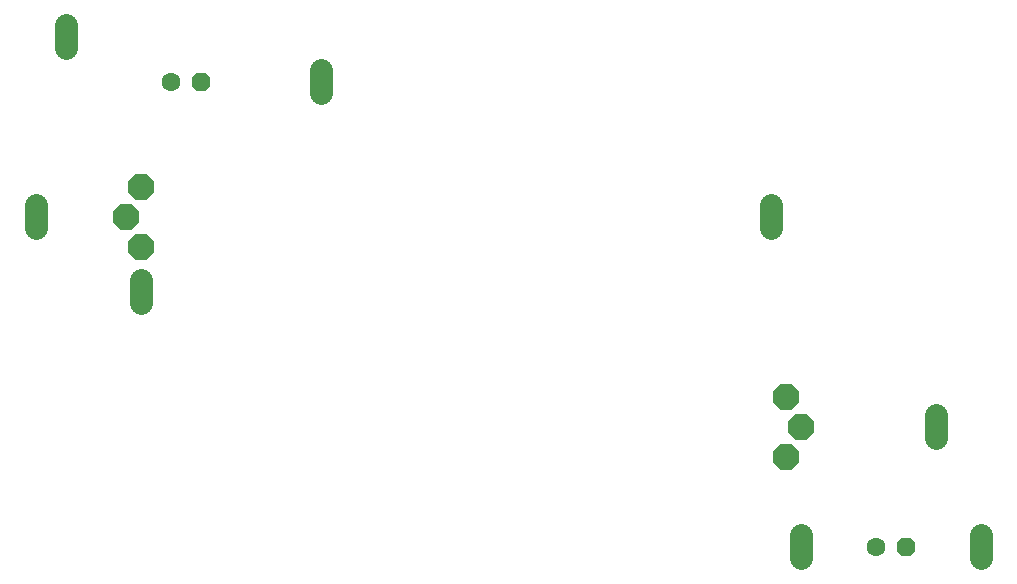
<source format=gbr>
G04 EAGLE Gerber RS-274X export*
G75*
%MOMM*%
%FSLAX34Y34*%
%LPD*%
%INBottom Copper*%
%IPPOS*%
%AMOC8*
5,1,8,0,0,1.08239X$1,22.5*%
G01*
%ADD10P,1.732040X8X22.500000*%
%ADD11C,1.600200*%
%ADD12C,1.981200*%
%ADD13P,2.336880X8X22.500000*%


D10*
X342900Y660400D03*
D11*
X317500Y660400D03*
D10*
X939800Y266700D03*
D11*
X914400Y266700D03*
D12*
X228600Y688594D02*
X228600Y708406D01*
X825500Y556006D02*
X825500Y536194D01*
X1003300Y276606D02*
X1003300Y256794D01*
D13*
X838200Y342900D03*
X850900Y368300D03*
X838200Y393700D03*
D12*
X203200Y536194D02*
X203200Y556006D01*
X292100Y492506D02*
X292100Y472694D01*
X444500Y650494D02*
X444500Y670306D01*
D13*
X292100Y571500D03*
X279400Y546100D03*
X292100Y520700D03*
D12*
X850900Y276606D02*
X850900Y256794D01*
X965200Y358394D02*
X965200Y378206D01*
M02*

</source>
